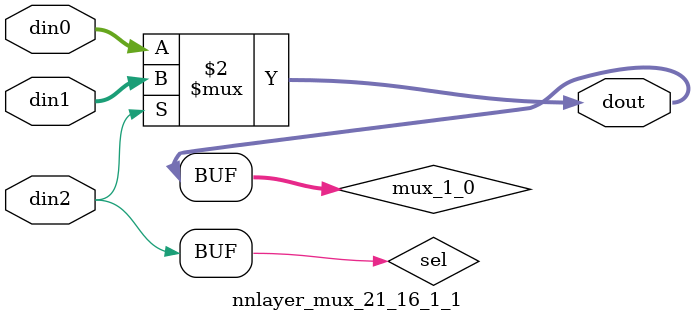
<source format=v>

`timescale 1ns/1ps

module nnlayer_mux_21_16_1_1 #(
parameter
    ID                = 0,
    NUM_STAGE         = 1,
    din0_WIDTH       = 32,
    din1_WIDTH       = 32,
    din2_WIDTH         = 32,
    dout_WIDTH            = 32
)(
    input  [15 : 0]     din0,
    input  [15 : 0]     din1,
    input  [0 : 0]    din2,
    output [15 : 0]   dout);

// puts internal signals
wire [0 : 0]     sel;
// level 1 signals
wire [15 : 0]         mux_1_0;

assign sel = din2;

// Generate level 1 logic
assign mux_1_0 = (sel[0] == 0)? din0 : din1;

// output logic
assign dout = mux_1_0;

endmodule

</source>
